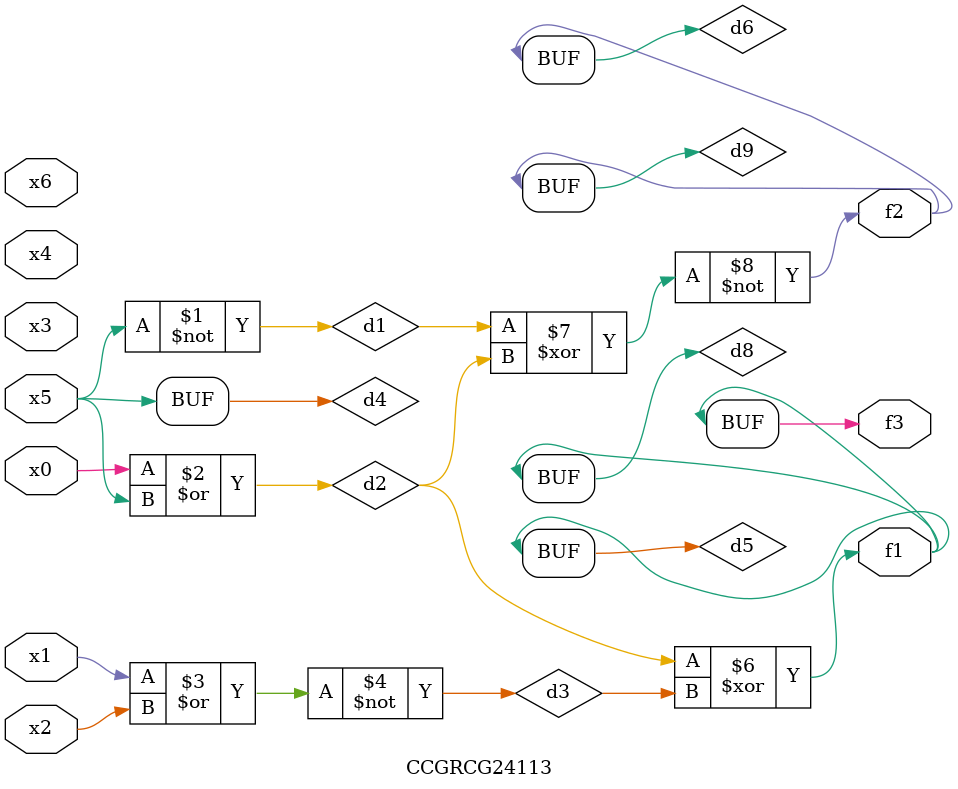
<source format=v>
module CCGRCG24113(
	input x0, x1, x2, x3, x4, x5, x6,
	output f1, f2, f3
);

	wire d1, d2, d3, d4, d5, d6, d7, d8, d9;

	nand (d1, x5);
	or (d2, x0, x5);
	nor (d3, x1, x2);
	xnor (d4, d1);
	xor (d5, d2, d3);
	xnor (d6, d1, d2);
	not (d7, x4);
	buf (d8, d5);
	xor (d9, d6);
	assign f1 = d8;
	assign f2 = d9;
	assign f3 = d8;
endmodule

</source>
